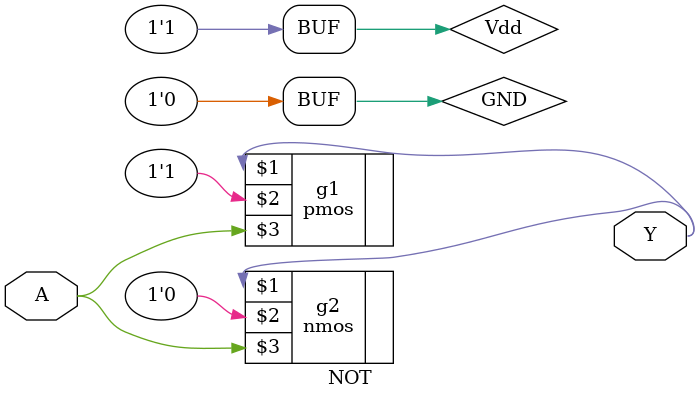
<source format=v>
`timescale 1ns / 1ps


module NOT(
    input A,
    output Y
    );
    
    supply0 GND;
    supply1 Vdd;
    
    pmos # (3) g1 (Y, Vdd, A);
    nmos # (3) g2 (Y, GND, A);
endmodule

</source>
